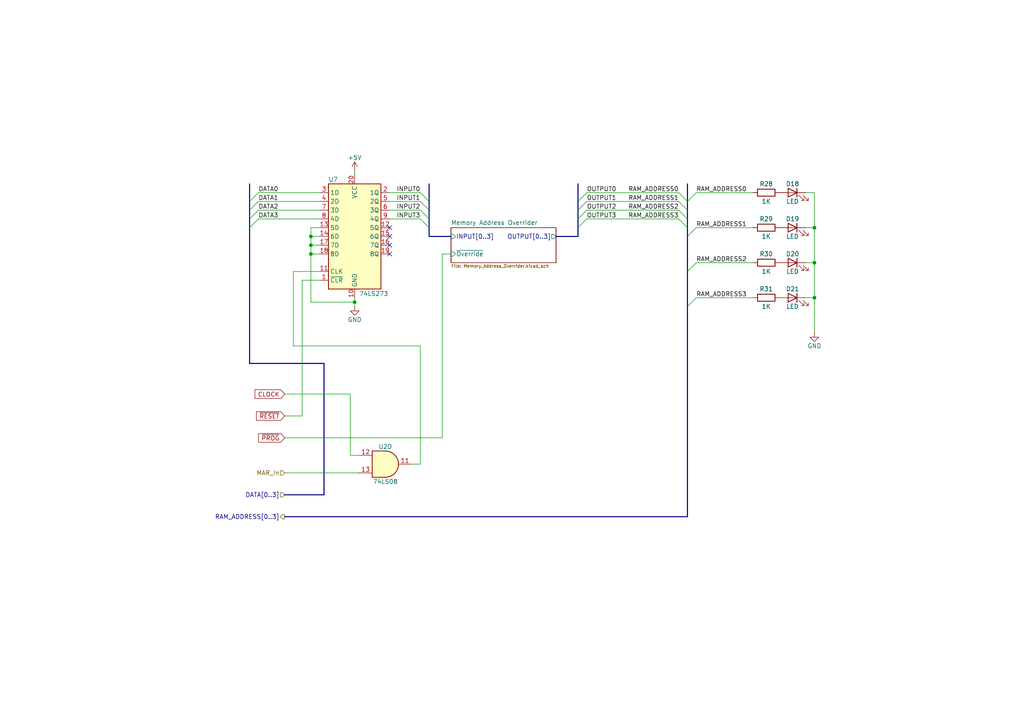
<source format=kicad_sch>
(kicad_sch (version 20231120) (generator "eeschema") (generator_version "8.0")
  (paper "A4")
  (title_block (title "8-Bit Computer - Memory Address Register Module") (date "2024-03-10") (rev "1") (comment 1 "Creator: Matan Brightbert"))
  (lib_symbols
    (symbol "74xx:74LS08" (pin_names (offset 1.016))
      (property "Reference" "U" (at 0 1.27 0))
      (property "Value" "74LS08" (at 0 -1.27 0))
      (symbol "74LS08_1_1"
        (arc (start 0 -3.81) (mid 3.7934 0) (end 0 3.81) (stroke (width 0.254)) (fill (type background)))
        (polyline (pts (xy 0 3.81) (xy -3.81 3.81) (xy -3.81 -3.81) (xy 0 -3.81)) (stroke (width 0.254)) (fill (type background)))
        (pin input line (at -7.62 2.54 0) (length 3.81) (name "~") (number "1"))
        (pin input line (at -7.62 -2.54 0) (length 3.81) (name "~") (number "2"))
        (pin output line (at 7.62 0 180) (length 3.81) (name "~") (number "3"))
      )
      (symbol "74LS08_1_2"
        (arc (start -3.81 -3.81) (mid -2.589 0) (end -3.81 3.81) (stroke (width 0.254)))
        (arc (start -0.6096 -3.81) (mid 2.1842 -2.5851) (end 3.81 0) (stroke (width 0.254)) (fill (type background)))
        (polyline (pts (xy -3.81 -3.81) (xy -0.635 -3.81)) (stroke (width 0.254)) (fill (type background)))
        (polyline (pts (xy -3.81 3.81) (xy -0.635 3.81)) (stroke (width 0.254)) (fill (type background)))
        (polyline (pts (xy -0.635 3.81) (xy -3.81 3.81) (xy -3.81 3.81) (xy -3.556 3.4036) (xy -3.0226 2.2606) (xy -2.6924 1.0414) (xy -2.6162 -0.254) (xy -2.7686 -1.4986) (xy -3.175 -2.7178) (xy -3.81 -3.81) (xy -3.81 -3.81) (xy -0.635 -3.81)) (stroke (width -25.4)) (fill (type background)))
        (arc (start 3.81 0) (mid 2.1915 2.5936) (end -0.6096 3.81) (stroke (width 0.254)) (fill (type background)))
        (pin input inverted (at -7.62 2.54 0) (length 4.318) (name "~") (number "1"))
        (pin input inverted (at -7.62 -2.54 0) (length 4.318) (name "~") (number "2"))
        (pin output inverted (at 7.62 0 180) (length 3.81) (name "~") (number "3"))
      )
      (symbol "74LS08_2_1"
        (arc (start 0 -3.81) (mid 3.7934 0) (end 0 3.81) (stroke (width 0.254)) (fill (type background)))
        (polyline (pts (xy 0 3.81) (xy -3.81 3.81) (xy -3.81 -3.81) (xy 0 -3.81)) (stroke (width 0.254)) (fill (type background)))
        (pin input line (at -7.62 2.54 0) (length 3.81) (name "~") (number "4"))
        (pin input line (at -7.62 -2.54 0) (length 3.81) (name "~") (number "5"))
        (pin output line (at 7.62 0 180) (length 3.81) (name "~") (number "6"))
      )
      (symbol "74LS08_2_2"
        (arc (start -3.81 -3.81) (mid -2.589 0) (end -3.81 3.81) (stroke (width 0.254)))
        (arc (start -0.6096 -3.81) (mid 2.1842 -2.5851) (end 3.81 0) (stroke (width 0.254)) (fill (type background)))
        (polyline (pts (xy -3.81 -3.81) (xy -0.635 -3.81)) (stroke (width 0.254)) (fill (type background)))
        (polyline (pts (xy -3.81 3.81) (xy -0.635 3.81)) (stroke (width 0.254)) (fill (type background)))
        (polyline (pts (xy -0.635 3.81) (xy -3.81 3.81) (xy -3.81 3.81) (xy -3.556 3.4036) (xy -3.0226 2.2606) (xy -2.6924 1.0414) (xy -2.6162 -0.254) (xy -2.7686 -1.4986) (xy -3.175 -2.7178) (xy -3.81 -3.81) (xy -3.81 -3.81) (xy -0.635 -3.81)) (stroke (width -25.4)) (fill (type background)))
        (arc (start 3.81 0) (mid 2.1915 2.5936) (end -0.6096 3.81) (stroke (width 0.254)) (fill (type background)))
        (pin input inverted (at -7.62 2.54 0) (length 4.318) (name "~") (number "4"))
        (pin input inverted (at -7.62 -2.54 0) (length 4.318) (name "~") (number "5"))
        (pin output inverted (at 7.62 0 180) (length 3.81) (name "~") (number "6"))
      )
      (symbol "74LS08_3_1"
        (arc (start 0 -3.81) (mid 3.7934 0) (end 0 3.81) (stroke (width 0.254)) (fill (type background)))
        (polyline (pts (xy 0 3.81) (xy -3.81 3.81) (xy -3.81 -3.81) (xy 0 -3.81)) (stroke (width 0.254)) (fill (type background)))
        (pin input line (at -7.62 -2.54 0) (length 3.81) (name "~") (number "10"))
        (pin output line (at 7.62 0 180) (length 3.81) (name "~") (number "8"))
        (pin input line (at -7.62 2.54 0) (length 3.81) (name "~") (number "9"))
      )
      (symbol "74LS08_3_2"
        (arc (start -3.81 -3.81) (mid -2.589 0) (end -3.81 3.81) (stroke (width 0.254)))
        (arc (start -0.6096 -3.81) (mid 2.1842 -2.5851) (end 3.81 0) (stroke (width 0.254)) (fill (type background)))
        (polyline (pts (xy -3.81 -3.81) (xy -0.635 -3.81)) (stroke (width 0.254)) (fill (type background)))
        (polyline (pts (xy -3.81 3.81) (xy -0.635 3.81)) (stroke (width 0.254)) (fill (type background)))
        (polyline (pts (xy -0.635 3.81) (xy -3.81 3.81) (xy -3.81 3.81) (xy -3.556 3.4036) (xy -3.0226 2.2606) (xy -2.6924 1.0414) (xy -2.6162 -0.254) (xy -2.7686 -1.4986) (xy -3.175 -2.7178) (xy -3.81 -3.81) (xy -3.81 -3.81) (xy -0.635 -3.81)) (stroke (width -25.4)) (fill (type background)))
        (arc (start 3.81 0) (mid 2.1915 2.5936) (end -0.6096 3.81) (stroke (width 0.254)) (fill (type background)))
        (pin input inverted (at -7.62 -2.54 0) (length 4.318) (name "~") (number "10"))
        (pin output inverted (at 7.62 0 180) (length 3.81) (name "~") (number "8"))
        (pin input inverted (at -7.62 2.54 0) (length 4.318) (name "~") (number "9"))
      )
      (symbol "74LS08_4_1"
        (arc (start 0 -3.81) (mid 3.7934 0) (end 0 3.81) (stroke (width 0.254)) (fill (type background)))
        (polyline (pts (xy 0 3.81) (xy -3.81 3.81) (xy -3.81 -3.81) (xy 0 -3.81)) (stroke (width 0.254)) (fill (type background)))
        (pin output line (at 7.62 0 180) (length 3.81) (name "~") (number "11"))
        (pin input line (at -7.62 2.54 0) (length 3.81) (name "~") (number "12"))
        (pin input line (at -7.62 -2.54 0) (length 3.81) (name "~") (number "13"))
      )
      (symbol "74LS08_4_2"
        (arc (start -3.81 -3.81) (mid -2.589 0) (end -3.81 3.81) (stroke (width 0.254)))
        (arc (start -0.6096 -3.81) (mid 2.1842 -2.5851) (end 3.81 0) (stroke (width 0.254)) (fill (type background)))
        (polyline (pts (xy -3.81 -3.81) (xy -0.635 -3.81)) (stroke (width 0.254)) (fill (type background)))
        (polyline (pts (xy -3.81 3.81) (xy -0.635 3.81)) (stroke (width 0.254)) (fill (type background)))
        (polyline (pts (xy -0.635 3.81) (xy -3.81 3.81) (xy -3.81 3.81) (xy -3.556 3.4036) (xy -3.0226 2.2606) (xy -2.6924 1.0414) (xy -2.6162 -0.254) (xy -2.7686 -1.4986) (xy -3.175 -2.7178) (xy -3.81 -3.81) (xy -3.81 -3.81) (xy -0.635 -3.81)) (stroke (width -25.4)) (fill (type background)))
        (arc (start 3.81 0) (mid 2.1915 2.5936) (end -0.6096 3.81) (stroke (width 0.254)) (fill (type background)))
        (pin output inverted (at 7.62 0 180) (length 3.81) (name "~") (number "11"))
        (pin input inverted (at -7.62 2.54 0) (length 4.318) (name "~") (number "12"))
        (pin input inverted (at -7.62 -2.54 0) (length 4.318) (name "~") (number "13"))
      )
      (symbol "74LS08_5_0"
        (pin power_in line (at 0 12.7 270) (length 5.08) (name "VCC") (number "14"))
        (pin power_in line (at 0 -12.7 90) (length 5.08) (name "GND") (number "7"))
      )
      (symbol "74LS08_5_1"
        (rectangle (start -5.08 7.62) (end 5.08 -7.62) (stroke (width 0.254)) (fill (type background)))
      )
    )
    (symbol "Custom:74LS273"
      (property "Reference" "U" (at -7.62 16.51 0))
      (property "Value" "74LS273" (at 1.27 -16.51 0))
      (symbol "74LS273_0_1"
        (rectangle (start -7.62 15.24) (end 7.62 -15.24) (stroke (width 0.254)) (fill (type background)))
      )
      (symbol "74LS273_1_1"
        (pin input line (at -10.16 -12.7 0) (length 2.54) (name "~{CLR}") (number "1"))
        (pin power_in line (at 0 -17.78 90) (length 2.54) (name "GND") (number "10"))
        (pin input line (at -10.16 -10.16 0) (length 2.54) (name "CLK") (number "11"))
        (pin output line (at 10.16 2.54 180) (length 2.54) (name "5Q") (number "12"))
        (pin input line (at -10.16 2.54 0) (length 2.54) (name "5D") (number "13"))
        (pin input line (at -10.16 0 0) (length 2.54) (name "6D") (number "14"))
        (pin output line (at 10.16 0 180) (length 2.54) (name "6Q") (number "15"))
        (pin output line (at 10.16 -2.54 180) (length 2.54) (name "7Q") (number "16"))
        (pin input line (at -10.16 -2.54 0) (length 2.54) (name "7D") (number "17"))
        (pin input line (at -10.16 -5.08 0) (length 2.54) (name "8D") (number "18"))
        (pin output line (at 10.16 -5.08 180) (length 2.54) (name "8Q") (number "19"))
        (pin output line (at 10.16 12.7 180) (length 2.54) (name "1Q") (number "2"))
        (pin power_in line (at 0 17.78 270) (length 2.54) (name "VCC") (number "20"))
        (pin input line (at -10.16 12.7 0) (length 2.54) (name "1D") (number "3"))
        (pin input line (at -10.16 10.16 0) (length 2.54) (name "2D") (number "4"))
        (pin output line (at 10.16 10.16 180) (length 2.54) (name "2Q") (number "5"))
        (pin output line (at 10.16 7.62 180) (length 2.54) (name "3Q") (number "6"))
        (pin input line (at -10.16 7.62 0) (length 2.54) (name "3D") (number "7"))
        (pin input line (at -10.16 5.08 0) (length 2.54) (name "4D") (number "8"))
        (pin output line (at 10.16 5.08 180) (length 2.54) (name "4Q") (number "9"))
      )
    )
    (symbol "Device:LED" (pin_numbers hide) (pin_names (offset 1.016) hide)
      (property "Reference" "D" (at 0 2.54 0))
      (property "Value" "LED" (at 0 -2.54 0))
      (symbol "LED_0_1"
        (polyline (pts (xy -1.27 -1.27) (xy -1.27 1.27)) (stroke (width 0.254)))
        (polyline (pts (xy -1.27 0) (xy 1.27 0)))
        (polyline (pts (xy 1.27 -1.27) (xy 1.27 1.27) (xy -1.27 0) (xy 1.27 -1.27)) (stroke (width 0.254)))
        (polyline (pts (xy -3.048 -0.762) (xy -4.572 -2.286) (xy -3.81 -2.286) (xy -4.572 -2.286) (xy -4.572 -1.524)))
        (polyline (pts (xy -1.778 -0.762) (xy -3.302 -2.286) (xy -2.54 -2.286) (xy -3.302 -2.286) (xy -3.302 -1.524)))
      )
      (symbol "LED_1_1"
        (pin passive line (at -3.81 0 0) (length 2.54) (name "K") (number "1"))
        (pin passive line (at 3.81 0 180) (length 2.54) (name "A") (number "2"))
      )
    )
    (symbol "Device:R" (pin_numbers hide) (pin_names (offset 0))
      (property "Reference" "R" (at 2.032 0 90))
      (property "Value" "R" (at 0 0 90))
      (symbol "R_0_1"
        (rectangle (start -1.016 -2.54) (end 1.016 2.54) (stroke (width 0.254)))
      )
      (symbol "R_1_1"
        (pin passive line (at 0 3.81 270) (length 1.27) (name "~") (number "1"))
        (pin passive line (at 0 -3.81 90) (length 1.27) (name "~") (number "2"))
      )
    )
    (symbol "power:+5V" (power) (pin_numbers hide) (pin_names (offset 0) hide)
      (property "Value" "+5V" (at 0 3.556 0))
      (symbol "+5V_0_1"
        (polyline (pts (xy -0.762 1.27) (xy 0 2.54)))
        (polyline (pts (xy 0 0) (xy 0 2.54)))
        (polyline (pts (xy 0 2.54) (xy 0.762 1.27)))
      )
      (symbol "+5V_1_1"
        (pin power_in line (at 0 0 90) (length 0) (name "~") (number "1"))
      )
    )
    (symbol "power:GND" (power) (pin_numbers hide) (pin_names (offset 0) hide)
      (property "Value" "GND" (at 0 -3.81 0))
      (symbol "GND_0_1"
        (polyline (pts (xy 0 0) (xy 0 -1.27) (xy 1.27 -1.27) (xy 0 -2.54) (xy -1.27 -1.27) (xy 0 -1.27)))
      )
      (symbol "GND_1_1"
        (pin power_in line (at 0 0 270) (length 0) (name "~") (number "1"))
      )
    )
  )
  (junction (at 90.17 73.66))
  (junction (at 90.17 71.12))
  (junction (at 236.22 66.04))
  (junction (at 236.22 76.2))
  (junction (at 90.17 68.58))
  (junction (at 102.87 87.63))
  (junction (at 236.22 86.36))
  (no_connect (at 113.03 71.12))
  (no_connect (at 113.03 68.58))
  (no_connect (at 113.03 66.04))
  (no_connect (at 113.03 73.66))
  (bus_entry (at 170.18 55.88) (size -2.54 2.54))
  (bus_entry (at 196.85 63.5) (size 2.54 2.54))
  (bus_entry (at 170.18 60.96) (size -2.54 2.54))
  (bus_entry (at 121.92 60.96) (size 2.54 2.54))
  (bus_entry (at 170.18 58.42) (size -2.54 2.54))
  (bus_entry (at 74.93 58.42) (size -2.54 2.54))
  (bus_entry (at 74.93 55.88) (size -2.54 2.54))
  (bus_entry (at 121.92 63.5) (size 2.54 2.54))
  (bus_entry (at 196.85 58.42) (size 2.54 2.54))
  (bus_entry (at 196.85 60.96) (size 2.54 2.54))
  (bus_entry (at 121.92 58.42) (size 2.54 2.54))
  (bus_entry (at 170.18 63.5) (size -2.54 2.54))
  (bus_entry (at 201.93 55.88) (size -2.54 2.54))
  (bus_entry (at 74.93 63.5) (size -2.54 2.54))
  (bus_entry (at 74.93 60.96) (size -2.54 2.54))
  (bus_entry (at 201.93 66.04) (size -2.54 2.54))
  (bus_entry (at 121.92 55.88) (size 2.54 2.54))
  (bus_entry (at 201.93 86.36) (size -2.54 2.54))
  (bus_entry (at 201.93 76.2) (size -2.54 2.54))
  (bus_entry (at 196.85 55.88) (size 2.54 2.54))
  (wire (pts (xy 218.44 66.04) (xy 201.93 66.04)))
  (wire (pts (xy 92.71 81.28) (xy 87.63 81.28)))
  (bus (pts (xy 199.39 58.42) (xy 199.39 60.96)))
  (bus (pts (xy 72.39 58.42) (xy 72.39 60.96)))
  (wire (pts (xy 236.22 66.04) (xy 233.68 66.04)))
  (bus (pts (xy 124.46 58.42) (xy 124.46 60.96)))
  (bus (pts (xy 199.39 68.58) (xy 199.39 78.74)))
  (wire (pts (xy 236.22 86.36) (xy 236.22 96.52)))
  (wire (pts (xy 113.03 58.42) (xy 121.92 58.42)))
  (bus (pts (xy 124.46 60.96) (xy 124.46 63.5)))
  (wire (pts (xy 236.22 76.2) (xy 233.68 76.2)))
  (wire (pts (xy 74.93 58.42) (xy 92.71 58.42)))
  (wire (pts (xy 128.27 127) (xy 128.27 73.66)))
  (wire (pts (xy 87.63 120.65) (xy 82.55 120.65)))
  (wire (pts (xy 121.92 100.33) (xy 121.92 134.62)))
  (wire (pts (xy 74.93 63.5) (xy 92.71 63.5)))
  (wire (pts (xy 85.09 78.74) (xy 85.09 100.33)))
  (bus (pts (xy 199.39 60.96) (xy 199.39 63.5)))
  (bus (pts (xy 72.39 63.5) (xy 72.39 66.04)))
  (wire (pts (xy 90.17 68.58) (xy 90.17 66.04)))
  (bus (pts (xy 72.39 53.34) (xy 72.39 58.42)))
  (wire (pts (xy 218.44 55.88) (xy 201.93 55.88)))
  (wire (pts (xy 87.63 81.28) (xy 87.63 120.65)))
  (wire (pts (xy 113.03 60.96) (xy 121.92 60.96)))
  (bus (pts (xy 199.39 78.74) (xy 199.39 88.9)))
  (wire (pts (xy 92.71 73.66) (xy 90.17 73.66)))
  (wire (pts (xy 236.22 55.88) (xy 236.22 66.04)))
  (wire (pts (xy 236.22 76.2) (xy 236.22 86.36)))
  (wire (pts (xy 121.92 134.62) (xy 119.38 134.62)))
  (bus (pts (xy 167.64 58.42) (xy 167.64 60.96)))
  (wire (pts (xy 82.55 137.16) (xy 104.14 137.16)))
  (bus (pts (xy 167.64 53.34) (xy 167.64 58.42)))
  (bus (pts (xy 161.29 68.58) (xy 167.64 68.58)))
  (wire (pts (xy 170.18 60.96) (xy 196.85 60.96)))
  (wire (pts (xy 170.18 58.42) (xy 196.85 58.42)))
  (bus (pts (xy 167.64 63.5) (xy 167.64 66.04)))
  (wire (pts (xy 102.87 49.53) (xy 102.87 50.8)))
  (wire (pts (xy 92.71 78.74) (xy 85.09 78.74)))
  (wire (pts (xy 90.17 68.58) (xy 92.71 68.58)))
  (wire (pts (xy 236.22 66.04) (xy 236.22 76.2)))
  (wire (pts (xy 74.93 60.96) (xy 92.71 60.96)))
  (wire (pts (xy 236.22 86.36) (xy 233.68 86.36)))
  (wire (pts (xy 113.03 63.5) (xy 121.92 63.5)))
  (wire (pts (xy 102.87 88.9) (xy 102.87 87.63)))
  (bus (pts (xy 72.39 66.04) (xy 72.39 105.41)))
  (wire (pts (xy 102.87 87.63) (xy 102.87 86.36)))
  (wire (pts (xy 90.17 87.63) (xy 102.87 87.63)))
  (wire (pts (xy 90.17 73.66) (xy 90.17 87.63)))
  (wire (pts (xy 90.17 71.12) (xy 90.17 68.58)))
  (bus (pts (xy 82.55 149.86) (xy 199.39 149.86)))
  (wire (pts (xy 218.44 76.2) (xy 201.93 76.2)))
  (wire (pts (xy 82.55 127) (xy 128.27 127)))
  (wire (pts (xy 170.18 55.88) (xy 196.85 55.88)))
  (bus (pts (xy 72.39 60.96) (xy 72.39 63.5)))
  (wire (pts (xy 74.93 55.88) (xy 92.71 55.88)))
  (bus (pts (xy 124.46 66.04) (xy 124.46 68.58)))
  (wire (pts (xy 101.6 114.3) (xy 101.6 132.08)))
  (wire (pts (xy 90.17 73.66) (xy 90.17 71.12)))
  (wire (pts (xy 85.09 100.33) (xy 121.92 100.33)))
  (bus (pts (xy 167.64 60.96) (xy 167.64 63.5)))
  (wire (pts (xy 128.27 73.66) (xy 130.81 73.66)))
  (wire (pts (xy 218.44 86.36) (xy 201.93 86.36)))
  (wire (pts (xy 233.68 55.88) (xy 236.22 55.88)))
  (wire (pts (xy 113.03 55.88) (xy 121.92 55.88)))
  (bus (pts (xy 93.98 105.41) (xy 93.98 143.51)))
  (bus (pts (xy 199.39 63.5) (xy 199.39 66.04)))
  (wire (pts (xy 82.55 114.3) (xy 101.6 114.3)))
  (bus (pts (xy 167.64 66.04) (xy 167.64 68.58)))
  (wire (pts (xy 90.17 71.12) (xy 92.71 71.12)))
  (bus (pts (xy 124.46 53.34) (xy 124.46 58.42)))
  (bus (pts (xy 199.39 66.04) (xy 199.39 68.58)))
  (bus (pts (xy 199.39 53.34) (xy 199.39 58.42)))
  (bus (pts (xy 199.39 88.9) (xy 199.39 149.86)))
  (bus (pts (xy 93.98 143.51) (xy 82.55 143.51)))
  (bus (pts (xy 124.46 68.58) (xy 130.81 68.58)))
  (wire (pts (xy 170.18 63.5) (xy 196.85 63.5)))
  (wire (pts (xy 101.6 132.08) (xy 104.14 132.08)))
  (bus (pts (xy 124.46 63.5) (xy 124.46 66.04)))
  (bus (pts (xy 72.39 105.41) (xy 93.98 105.41)))
  (wire (pts (xy 90.17 66.04) (xy 92.71 66.04)))
  (label "OUTPUT2" (at 170.18 60.96 0))
  (label "RAM_ADDRESS2" (at 201.93 76.2 0))
  (label "INPUT3" (at 121.92 63.5 180))
  (label "DATA2" (at 74.93 60.96 0))
  (label "RAM_ADDRESS1" (at 201.93 66.04 0))
  (label "DATA0" (at 74.93 55.88 0))
  (label "INPUT1" (at 121.92 58.42 180))
  (label "RAM_ADDRESS0" (at 201.93 55.88 0))
  (label "RAM_ADDRESS3" (at 196.85 63.5 180))
  (label "DATA3" (at 74.93 63.5 0))
  (label "DATA1" (at 74.93 58.42 0))
  (label "OUTPUT0" (at 170.18 55.88 0))
  (label "OUTPUT1" (at 170.18 58.42 0))
  (label "OUTPUT3" (at 170.18 63.5 0))
  (label "RAM_ADDRESS1" (at 196.85 58.42 180))
  (label "RAM_ADDRESS2" (at 196.85 60.96 180))
  (label "INPUT0" (at 121.92 55.88 180))
  (label "RAM_ADDRESS3" (at 201.93 86.36 0))
  (label "INPUT2" (at 121.92 60.96 180))
  (label "RAM_ADDRESS0" (at 196.85 55.88 180))
  (global_label "CLOCK" (shape input) (at 82.55 114.3 180) (property "Intersheetrefs" "${INTERSHEET_REFS}" (effects (hide yes))))
  (global_label "~{RESET}" (shape input) (at 82.55 120.65 180) (property "Intersheetrefs" "${INTERSHEET_REFS}" (effects (hide yes))))
  (global_label "~{PROG}" (shape input) (at 82.55 127 180) (property "Intersheetrefs" "${INTERSHEET_REFS}" (effects (hide yes))))
  (hierarchical_label "DATA[0..3]" (shape input) (at 82.55 143.51 180))
  (hierarchical_label "RAM_ADDRESS[0..3]" (shape output) (at 82.55 149.86 180))
  (hierarchical_label "MAR_In" (shape input) (at 82.55 137.16 180))
  (symbol (lib_id "power:GND") (at 236.22 96.52 0) (unit 1)
    (property "Reference" "#PWR020" (effects (hide yes)))
    (property "Value" "GND" (at 236.22 100.33 0))
    (property "Description" "Power symbol creates a global label with name \"GND\" , ground" (effects (hide yes)))
  )
  (symbol (lib_id "power:GND") (at 102.87 88.9 0) (unit 1)
    (property "Reference" "#PWR019" (effects (hide yes)))
    (property "Value" "GND" (at 102.87 92.71 0))
    (property "Description" "Power symbol creates a global label with name \"GND\" , ground" (effects (hide yes)))
  )
  (symbol (lib_id "Device:LED") (at 229.87 76.2 0) (mirror y) (unit 1)
    (property "Reference" "D20" (at 229.87 73.66 0))
    (property "Value" "LED" (at 229.87 78.74 0))
    (property "Footprint" "LED_THT:LED_D3.0mm" (effects (hide yes)))
    (property "Description" "Light emitting diode" (effects (hide yes)))
  )
  (symbol (lib_id "Device:R") (at 222.25 76.2 90) (unit 1)
    (property "Reference" "R30" (at 222.25 73.66 90))
    (property "Value" "1K" (at 222.25 78.74 90))
    (property "Footprint" "Resistor_THT:R_Axial_DIN0207_L6.3mm_D2.5mm_P7.62mm_Horizontal" (effects (hide yes)))
    (property "Description" "Resistor" (effects (hide yes)))
  )
  (symbol (lib_id "Device:R") (at 222.25 86.36 90) (unit 1)
    (property "Reference" "R31" (at 222.25 83.82 90))
    (property "Value" "1K" (at 222.25 88.9 90))
    (property "Footprint" "Resistor_THT:R_Axial_DIN0207_L6.3mm_D2.5mm_P7.62mm_Horizontal" (effects (hide yes)))
    (property "Description" "Resistor" (effects (hide yes)))
  )
  (symbol (lib_id "power:+5V") (at 102.87 49.53 0) (unit 1)
    (property "Reference" "#PWR018" (effects (hide yes)))
    (property "Value" "+5V" (at 102.87 45.72 0))
    (property "Description" "Power symbol creates a global label with name \"+5V\"" (effects (hide yes)))
  )
  (symbol (lib_id "Device:LED") (at 229.87 66.04 0) (mirror y) (unit 1)
    (property "Reference" "D19" (at 229.87 63.5 0))
    (property "Value" "LED" (at 229.87 68.58 0))
    (property "Footprint" "LED_THT:LED_D3.0mm" (effects (hide yes)))
    (property "Description" "Light emitting diode" (effects (hide yes)))
  )
  (symbol (lib_id "Custom:74LS273") (at 102.87 68.58 0) (unit 1)
    (property "Reference" "U7" (at 95.25 52.07 0) (effects (justify left)))
    (property "Value" "74LS273" (at 104.14 84.455 0) (effects (justify left top)))
    (property "Footprint" "Package_DIP:DIP-20_W7.62mm" (effects (hide yes)))
  )
  (symbol (lib_id "Device:R") (at 222.25 66.04 90) (unit 1)
    (property "Reference" "R29" (at 222.25 63.5 90))
    (property "Value" "1K" (at 222.25 68.58 90))
    (property "Footprint" "Resistor_THT:R_Axial_DIN0207_L6.3mm_D2.5mm_P7.62mm_Horizontal" (effects (hide yes)))
    (property "Description" "Resistor" (effects (hide yes)))
  )
  (symbol (lib_id "Device:LED") (at 229.87 55.88 0) (mirror y) (unit 1)
    (property "Reference" "D18" (at 229.87 53.34 0))
    (property "Value" "LED" (at 229.87 58.42 0))
    (property "Footprint" "LED_THT:LED_D3.0mm" (effects (hide yes)))
    (property "Description" "Light emitting diode" (effects (hide yes)))
  )
  (symbol (lib_id "Device:R") (at 222.25 55.88 90) (unit 1)
    (property "Reference" "R28" (at 222.25 53.34 90))
    (property "Value" "1K" (at 222.25 58.42 90))
    (property "Footprint" "Resistor_THT:R_Axial_DIN0207_L6.3mm_D2.5mm_P7.62mm_Horizontal" (effects (hide yes)))
    (property "Description" "Resistor" (effects (hide yes)))
  )
  (symbol (lib_id "74xx:74LS08") (at 111.76 134.62 0) (unit 4)
    (property "Reference" "U2" (at 111.76 129.54 0))
    (property "Value" "74LS08" (at 111.76 139.7 0))
    (property "Footprint" "Package_DIP:DIP-14_W7.62mm" (effects (hide yes)))
    (property "Datasheet" "http://www.ti.com/lit/gpn/sn74LS08" (effects (hide yes)))
    (property "Description" "Quad And2" (effects (hide yes)))
  )
  (symbol (lib_id "Device:LED") (at 229.87 86.36 0) (mirror y) (unit 1)
    (property "Reference" "D21" (at 229.87 83.82 0))
    (property "Value" "LED" (at 229.87 88.9 0))
    (property "Footprint" "LED_THT:LED_D3.0mm" (effects (hide yes)))
    (property "Description" "Light emitting diode" (effects (hide yes)))
  )
  (sheet (at 130.81 66.04) (size 30.48 10.16) (stroke (width 0.1524))
    (property "Sheetname" "Memory Address Overrider" (at 130.81 65.3284 0) (effects (justify left bottom)))
    (property "Sheetfile" "Memory_Address_Overrider.kicad_sch" (at 130.81 76.6366 0) (effects (font (size 0.9 0.9)) (justify left top)))
    (pin "INPUT[0..3]" input (at 130.81 68.58 180))
    (pin "OUTPUT[0..3]" output (at 161.29 68.58 0))
    (pin "~{Override}" input (at 130.81 73.66 180))
  )
)
</source>
